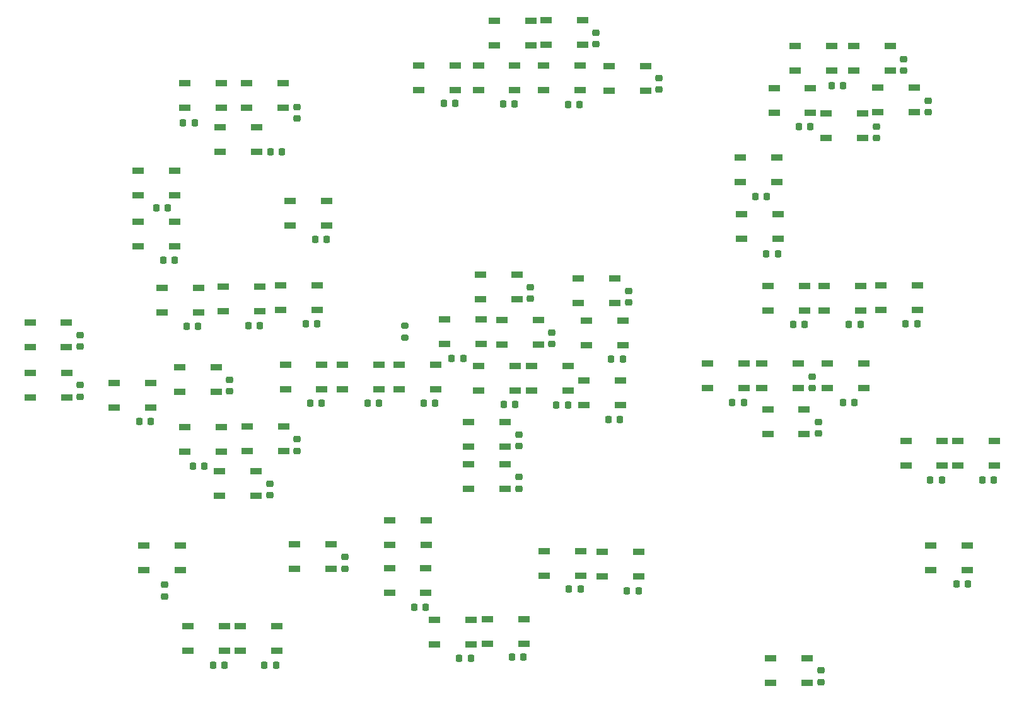
<source format=gbr>
%TF.GenerationSoftware,KiCad,Pcbnew,(6.0.9)*%
%TF.CreationDate,2022-12-26T15:58:23-09:00*%
%TF.ProjectId,ECS Panel PCB V2,45435320-5061-46e6-956c-205043422056,rev?*%
%TF.SameCoordinates,Original*%
%TF.FileFunction,Paste,Top*%
%TF.FilePolarity,Positive*%
%FSLAX46Y46*%
G04 Gerber Fmt 4.6, Leading zero omitted, Abs format (unit mm)*
G04 Created by KiCad (PCBNEW (6.0.9)) date 2022-12-26 15:58:23*
%MOMM*%
%LPD*%
G01*
G04 APERTURE LIST*
G04 Aperture macros list*
%AMRoundRect*
0 Rectangle with rounded corners*
0 $1 Rounding radius*
0 $2 $3 $4 $5 $6 $7 $8 $9 X,Y pos of 4 corners*
0 Add a 4 corners polygon primitive as box body*
4,1,4,$2,$3,$4,$5,$6,$7,$8,$9,$2,$3,0*
0 Add four circle primitives for the rounded corners*
1,1,$1+$1,$2,$3*
1,1,$1+$1,$4,$5*
1,1,$1+$1,$6,$7*
1,1,$1+$1,$8,$9*
0 Add four rect primitives between the rounded corners*
20,1,$1+$1,$2,$3,$4,$5,0*
20,1,$1+$1,$4,$5,$6,$7,0*
20,1,$1+$1,$6,$7,$8,$9,0*
20,1,$1+$1,$8,$9,$2,$3,0*%
G04 Aperture macros list end*
%ADD10RoundRect,0.200000X-0.275000X0.200000X-0.275000X-0.200000X0.275000X-0.200000X0.275000X0.200000X0*%
%ADD11RoundRect,0.225000X-0.225000X-0.250000X0.225000X-0.250000X0.225000X0.250000X-0.225000X0.250000X0*%
%ADD12RoundRect,0.225000X0.250000X-0.225000X0.250000X0.225000X-0.250000X0.225000X-0.250000X-0.225000X0*%
%ADD13RoundRect,0.225000X0.225000X0.250000X-0.225000X0.250000X-0.225000X-0.250000X0.225000X-0.250000X0*%
%ADD14RoundRect,0.225000X-0.250000X0.225000X-0.250000X-0.225000X0.250000X-0.225000X0.250000X0.225000X0*%
%ADD15R,1.500000X0.900000*%
G04 APERTURE END LIST*
D10*
%TO.C,R1*%
X74000000Y-109350000D03*
X74000000Y-111000000D03*
%TD*%
D11*
%TO.C,C2*%
X44212500Y-82100000D03*
X45762500Y-82100000D03*
%TD*%
D12*
%TO.C,C3*%
X59500000Y-81562500D03*
X59500000Y-80012500D03*
%TD*%
D13*
%TO.C,C4*%
X57475000Y-86000000D03*
X55925000Y-86000000D03*
%TD*%
D11*
%TO.C,C5*%
X40617500Y-93540000D03*
X42167500Y-93540000D03*
%TD*%
%TO.C,C6*%
X41527500Y-100610000D03*
X43077500Y-100610000D03*
%TD*%
D14*
%TO.C,C7*%
X30360000Y-110627000D03*
X30360000Y-112177000D03*
%TD*%
%TO.C,C8*%
X30420000Y-117377000D03*
X30420000Y-118927000D03*
%TD*%
D11*
%TO.C,C9*%
X44697500Y-109470000D03*
X46247500Y-109470000D03*
%TD*%
%TO.C,C10*%
X60667500Y-109130000D03*
X62217500Y-109130000D03*
%TD*%
%TO.C,C11*%
X61947500Y-97800000D03*
X63497500Y-97800000D03*
%TD*%
%TO.C,C12*%
X52967500Y-109380000D03*
X54517500Y-109380000D03*
%TD*%
%TO.C,C13*%
X38317500Y-122280000D03*
X39867500Y-122280000D03*
%TD*%
D14*
%TO.C,C14*%
X50490000Y-116637000D03*
X50490000Y-118187000D03*
%TD*%
D11*
%TO.C,C15*%
X61267500Y-119820000D03*
X62817500Y-119820000D03*
%TD*%
%TO.C,C16*%
X68987500Y-119810000D03*
X70537500Y-119810000D03*
%TD*%
%TO.C,C17*%
X76547500Y-119840000D03*
X78097500Y-119840000D03*
%TD*%
%TO.C,C18*%
X87277500Y-119990000D03*
X88827500Y-119990000D03*
%TD*%
%TO.C,C19*%
X94335000Y-120060000D03*
X95885000Y-120060000D03*
%TD*%
%TO.C,C20*%
X101717000Y-113860000D03*
X103267000Y-113860000D03*
%TD*%
%TO.C,C21*%
X101335000Y-121990000D03*
X102885000Y-121990000D03*
%TD*%
D14*
%TO.C,C22*%
X104050000Y-104707000D03*
X104050000Y-106257000D03*
%TD*%
%TO.C,C24*%
X93750000Y-110293000D03*
X93750000Y-111843000D03*
%TD*%
D11*
%TO.C,C25*%
X80297500Y-113760000D03*
X81847500Y-113760000D03*
%TD*%
%TO.C,C26*%
X79207500Y-79500000D03*
X80757500Y-79500000D03*
%TD*%
%TO.C,C27*%
X87167500Y-79610000D03*
X88717500Y-79610000D03*
%TD*%
%TO.C,C28*%
X95917500Y-79630000D03*
X97467500Y-79630000D03*
%TD*%
D14*
%TO.C,C29*%
X99670000Y-70027500D03*
X99670000Y-71577500D03*
%TD*%
%TO.C,C30*%
X108120000Y-76127500D03*
X108120000Y-77677500D03*
%TD*%
D11*
%TO.C,C31*%
X126913000Y-82670000D03*
X128463000Y-82670000D03*
%TD*%
D14*
%TO.C,C23*%
X90860000Y-104227000D03*
X90860000Y-105777000D03*
%TD*%
D11*
%TO.C,C32*%
X45527500Y-128250000D03*
X47077500Y-128250000D03*
%TD*%
D14*
%TO.C,C33*%
X59540000Y-124657000D03*
X59540000Y-126207000D03*
%TD*%
%TO.C,C34*%
X55880000Y-130617000D03*
X55880000Y-132167000D03*
%TD*%
%TO.C,C35*%
X65910000Y-140487000D03*
X65910000Y-142037000D03*
%TD*%
D11*
%TO.C,C36*%
X75257500Y-147200000D03*
X76807500Y-147200000D03*
%TD*%
%TO.C,C37*%
X48217500Y-155030000D03*
X49767500Y-155030000D03*
%TD*%
D12*
%TO.C,C38*%
X41700000Y-145762500D03*
X41700000Y-144212500D03*
%TD*%
D11*
%TO.C,C39*%
X88353500Y-153924000D03*
X89903500Y-153924000D03*
%TD*%
%TO.C,C40*%
X81307500Y-154080000D03*
X82857500Y-154080000D03*
%TD*%
%TO.C,C41*%
X96037500Y-144800000D03*
X97587500Y-144800000D03*
%TD*%
%TO.C,C42*%
X103837000Y-145000000D03*
X105387000Y-145000000D03*
%TD*%
%TO.C,C43*%
X117972000Y-119700000D03*
X119522000Y-119700000D03*
%TD*%
%TO.C,C45*%
X144537000Y-130100000D03*
X146087000Y-130100000D03*
%TD*%
D14*
%TO.C,C46*%
X128700000Y-116237000D03*
X128700000Y-117787000D03*
%TD*%
D11*
%TO.C,C48*%
X151537000Y-130100000D03*
X153087000Y-130100000D03*
%TD*%
%TO.C,C49*%
X148037000Y-144100000D03*
X149587000Y-144100000D03*
%TD*%
D14*
%TO.C,C50*%
X129900000Y-155737000D03*
X129900000Y-157287000D03*
%TD*%
D11*
%TO.C,C51*%
X126137000Y-109200000D03*
X127687000Y-109200000D03*
%TD*%
D14*
%TO.C,C44*%
X129500000Y-122337000D03*
X129500000Y-123887000D03*
%TD*%
D13*
%TO.C,C52*%
X132863000Y-77100000D03*
X131313000Y-77100000D03*
%TD*%
D14*
%TO.C,C54*%
X144300000Y-79137500D03*
X144300000Y-80687500D03*
%TD*%
%TO.C,C55*%
X137300000Y-82637500D03*
X137300000Y-84187500D03*
%TD*%
D11*
%TO.C,C56*%
X121037000Y-92000000D03*
X122587000Y-92000000D03*
%TD*%
%TO.C,C57*%
X141237000Y-109100000D03*
X142787000Y-109100000D03*
%TD*%
%TO.C,C58*%
X133637000Y-109200000D03*
X135187000Y-109200000D03*
%TD*%
%TO.C,C60*%
X55137500Y-155000000D03*
X56687500Y-155000000D03*
%TD*%
D14*
%TO.C,C61*%
X89300000Y-124037000D03*
X89300000Y-125587000D03*
%TD*%
%TO.C,C53*%
X141000000Y-73537500D03*
X141000000Y-75087500D03*
%TD*%
D11*
%TO.C,C59*%
X122537000Y-99700000D03*
X124087000Y-99700000D03*
%TD*%
D14*
%TO.C,C62*%
X89300000Y-129737000D03*
X89300000Y-131287000D03*
%TD*%
D11*
%TO.C,C47*%
X132802000Y-119700000D03*
X134352000Y-119700000D03*
%TD*%
D15*
%TO.C,D2*%
X23712000Y-115698000D03*
X23712000Y-118998000D03*
X28612000Y-118998000D03*
X28612000Y-115698000D03*
%TD*%
%TO.C,D3*%
X23661200Y-108942000D03*
X23661200Y-112242000D03*
X28561200Y-112242000D03*
X28561200Y-108942000D03*
%TD*%
%TO.C,D4*%
X38164600Y-95378000D03*
X38164600Y-98678000D03*
X43064600Y-98678000D03*
X43064600Y-95378000D03*
%TD*%
%TO.C,D5*%
X38190000Y-88520000D03*
X38190000Y-91820000D03*
X43090000Y-91820000D03*
X43090000Y-88520000D03*
%TD*%
%TO.C,D6*%
X44413000Y-76759800D03*
X44413000Y-80059800D03*
X49313000Y-80059800D03*
X49313000Y-76759800D03*
%TD*%
%TO.C,D7*%
X52718800Y-76759800D03*
X52718800Y-80059800D03*
X57618800Y-80059800D03*
X57618800Y-76759800D03*
%TD*%
%TO.C,D9*%
X58586200Y-92609400D03*
X58586200Y-95909400D03*
X63486200Y-95909400D03*
X63486200Y-92609400D03*
%TD*%
%TO.C,D10*%
X57341600Y-103938000D03*
X57341600Y-107238000D03*
X62241600Y-107238000D03*
X62241600Y-103938000D03*
%TD*%
%TO.C,D11*%
X49620000Y-104166000D03*
X49620000Y-107466000D03*
X54520000Y-107466000D03*
X54520000Y-104166000D03*
%TD*%
%TO.C,D12*%
X41365000Y-104268000D03*
X41365000Y-107568000D03*
X46265000Y-107568000D03*
X46265000Y-104268000D03*
%TD*%
%TO.C,D13*%
X75883600Y-74397600D03*
X75883600Y-77697600D03*
X80783600Y-77697600D03*
X80783600Y-74397600D03*
%TD*%
%TO.C,D14*%
X83859200Y-74423000D03*
X83859200Y-77723000D03*
X88759200Y-77723000D03*
X88759200Y-74423000D03*
%TD*%
%TO.C,D15*%
X86004400Y-68378000D03*
X86004400Y-71678000D03*
X90904400Y-71678000D03*
X90904400Y-68378000D03*
%TD*%
%TO.C,D16*%
X92966200Y-68327200D03*
X92966200Y-71627200D03*
X97866200Y-71627200D03*
X97866200Y-68327200D03*
%TD*%
%TO.C,D17*%
X92596800Y-74397600D03*
X92596800Y-77697600D03*
X97496800Y-77697600D03*
X97496800Y-74397600D03*
%TD*%
%TO.C,D18*%
X101411000Y-74473800D03*
X101411000Y-77773800D03*
X106311000Y-77773800D03*
X106311000Y-74473800D03*
%TD*%
%TO.C,D19*%
X123573000Y-77471200D03*
X123573000Y-80771200D03*
X128473000Y-80771200D03*
X128473000Y-77471200D03*
%TD*%
%TO.C,D20*%
X126379000Y-71832200D03*
X126379000Y-75132200D03*
X131279000Y-75132200D03*
X131279000Y-71832200D03*
%TD*%
%TO.C,D21*%
X134253000Y-71832200D03*
X134253000Y-75132200D03*
X139153000Y-75132200D03*
X139153000Y-71832200D03*
%TD*%
%TO.C,D22*%
X137529000Y-77420200D03*
X137529000Y-80720200D03*
X142429000Y-80720200D03*
X142429000Y-77420200D03*
%TD*%
%TO.C,D23*%
X130558000Y-80824000D03*
X130558000Y-84124000D03*
X135458000Y-84124000D03*
X135458000Y-80824000D03*
%TD*%
%TO.C,D24*%
X119064000Y-86742000D03*
X119064000Y-90042000D03*
X123964000Y-90042000D03*
X123964000Y-86742000D03*
%TD*%
%TO.C,D25*%
X119241000Y-94438200D03*
X119241000Y-97738200D03*
X124141000Y-97738200D03*
X124141000Y-94438200D03*
%TD*%
%TO.C,D26*%
X122797000Y-104065000D03*
X122797000Y-107365000D03*
X127697000Y-107365000D03*
X127697000Y-104065000D03*
%TD*%
%TO.C,D27*%
X130316000Y-104014000D03*
X130316000Y-107314000D03*
X135216000Y-107314000D03*
X135216000Y-104014000D03*
%TD*%
%TO.C,D28*%
X137885000Y-103989000D03*
X137885000Y-107289000D03*
X142785000Y-107289000D03*
X142785000Y-103989000D03*
%TD*%
%TO.C,D30*%
X121934000Y-114479000D03*
X121934000Y-117779000D03*
X126834000Y-117779000D03*
X126834000Y-114479000D03*
%TD*%
%TO.C,D31*%
X114669000Y-114453000D03*
X114669000Y-117753000D03*
X119569000Y-117753000D03*
X119569000Y-114453000D03*
%TD*%
%TO.C,D32*%
X98021000Y-116739000D03*
X98021000Y-120039000D03*
X102921000Y-120039000D03*
X102921000Y-116739000D03*
%TD*%
%TO.C,D33*%
X98388000Y-108713000D03*
X98388000Y-112013000D03*
X103288000Y-112013000D03*
X103288000Y-108713000D03*
%TD*%
%TO.C,D34*%
X97295800Y-103023000D03*
X97295800Y-106323000D03*
X102195800Y-106323000D03*
X102195800Y-103023000D03*
%TD*%
%TO.C,D35*%
X84164000Y-102541000D03*
X84164000Y-105841000D03*
X89064000Y-105841000D03*
X89064000Y-102541000D03*
%TD*%
%TO.C,D36*%
X87034200Y-108611000D03*
X87034200Y-111911000D03*
X91934200Y-111911000D03*
X91934200Y-108611000D03*
%TD*%
%TO.C,D37*%
X91010400Y-114835000D03*
X91010400Y-118135000D03*
X95910400Y-118135000D03*
X95910400Y-114835000D03*
%TD*%
%TO.C,D38*%
X83935400Y-114809000D03*
X83935400Y-118109000D03*
X88835400Y-118109000D03*
X88835400Y-114809000D03*
%TD*%
%TO.C,D39*%
X79312600Y-108535000D03*
X79312600Y-111835000D03*
X84212600Y-111835000D03*
X84212600Y-108535000D03*
%TD*%
%TO.C,D40*%
X73216600Y-114606000D03*
X73216600Y-117906000D03*
X78116600Y-117906000D03*
X78116600Y-114606000D03*
%TD*%
%TO.C,D41*%
X65647400Y-114606000D03*
X65647400Y-117906000D03*
X70547400Y-117906000D03*
X70547400Y-114606000D03*
%TD*%
%TO.C,D42*%
X57951200Y-114606000D03*
X57951200Y-117906000D03*
X62851200Y-117906000D03*
X62851200Y-114606000D03*
%TD*%
%TO.C,D43*%
X43752600Y-114961000D03*
X43752600Y-118261000D03*
X48652600Y-118261000D03*
X48652600Y-114961000D03*
%TD*%
%TO.C,D44*%
X34989600Y-117070000D03*
X34989600Y-120370000D03*
X39889600Y-120370000D03*
X39889600Y-117070000D03*
%TD*%
%TO.C,D45*%
X44438400Y-122988000D03*
X44438400Y-126288000D03*
X49338400Y-126288000D03*
X49338400Y-122988000D03*
%TD*%
%TO.C,D46*%
X52820400Y-122962000D03*
X52820400Y-126262000D03*
X57720400Y-126262000D03*
X57720400Y-122962000D03*
%TD*%
%TO.C,D47*%
X49137400Y-128957000D03*
X49137400Y-132257000D03*
X54037400Y-132257000D03*
X54037400Y-128957000D03*
%TD*%
%TO.C,D48*%
X59195800Y-138787000D03*
X59195800Y-142087000D03*
X64095800Y-142087000D03*
X64095800Y-138787000D03*
%TD*%
%TO.C,D49*%
X51880600Y-149785000D03*
X51880600Y-153085000D03*
X56780600Y-153085000D03*
X56780600Y-149785000D03*
%TD*%
%TO.C,D50*%
X44884000Y-149810000D03*
X44884000Y-153110000D03*
X49784000Y-153110000D03*
X49784000Y-149810000D03*
%TD*%
%TO.C,D51*%
X38926600Y-138914000D03*
X38926600Y-142214000D03*
X43826600Y-142214000D03*
X43826600Y-138914000D03*
%TD*%
%TO.C,D52*%
X82538400Y-122327000D03*
X82538400Y-125627000D03*
X87438400Y-125627000D03*
X87438400Y-122327000D03*
%TD*%
%TO.C,D53*%
X82513000Y-128017000D03*
X82513000Y-131317000D03*
X87413000Y-131317000D03*
X87413000Y-128017000D03*
%TD*%
%TO.C,D54*%
X71972000Y-135510000D03*
X71972000Y-138810000D03*
X76872000Y-138810000D03*
X76872000Y-135510000D03*
%TD*%
%TO.C,D55*%
X71921200Y-142012000D03*
X71921200Y-145312000D03*
X76821200Y-145312000D03*
X76821200Y-142012000D03*
%TD*%
%TO.C,D56*%
X77991800Y-148921000D03*
X77991800Y-152221000D03*
X82891800Y-152221000D03*
X82891800Y-148921000D03*
%TD*%
%TO.C,D57*%
X85053000Y-148845000D03*
X85053000Y-152145000D03*
X89953000Y-152145000D03*
X89953000Y-148845000D03*
%TD*%
%TO.C,D58*%
X92673000Y-139701000D03*
X92673000Y-143001000D03*
X97573000Y-143001000D03*
X97573000Y-139701000D03*
%TD*%
%TO.C,D59*%
X100522000Y-139752000D03*
X100522000Y-143052000D03*
X105422000Y-143052000D03*
X105422000Y-139752000D03*
%TD*%
%TO.C,D60*%
X123128000Y-154103000D03*
X123128000Y-157403000D03*
X128028000Y-157403000D03*
X128028000Y-154103000D03*
%TD*%
%TO.C,D61*%
X144641000Y-138914000D03*
X144641000Y-142214000D03*
X149541000Y-142214000D03*
X149541000Y-138914000D03*
%TD*%
%TO.C,D62*%
X148223000Y-124918000D03*
X148223000Y-128218000D03*
X153123000Y-128218000D03*
X153123000Y-124918000D03*
%TD*%
%TO.C,D63*%
X141263000Y-124893000D03*
X141263000Y-128193000D03*
X146163000Y-128193000D03*
X146163000Y-124893000D03*
%TD*%
%TO.C,D64*%
X122721000Y-120626000D03*
X122721000Y-123926000D03*
X127621000Y-123926000D03*
X127621000Y-120626000D03*
%TD*%
%TO.C,D8*%
X49213600Y-82754200D03*
X49213600Y-86054200D03*
X54113600Y-86054200D03*
X54113600Y-82754200D03*
%TD*%
%TO.C,D29*%
X130722000Y-114479000D03*
X130722000Y-117779000D03*
X135622000Y-117779000D03*
X135622000Y-114479000D03*
%TD*%
M02*

</source>
